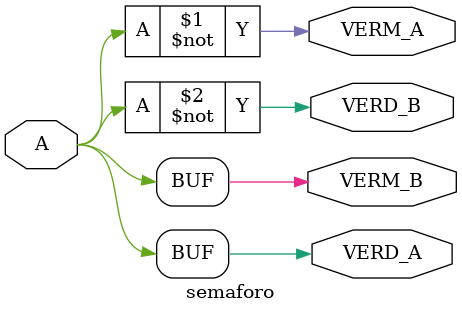
<source format=v>
module semaforo(A, VERD_A, VERM_A, VERD_B, VERM_B);

    input A;
    output VERD_A, VERM_A, VERD_B, VERM_B;

    assign VERD_A = A;
    assign VERM_A = ~A;
    assign VERD_B = ~A;
    assign VERM_B = A;

endmodule
</source>
